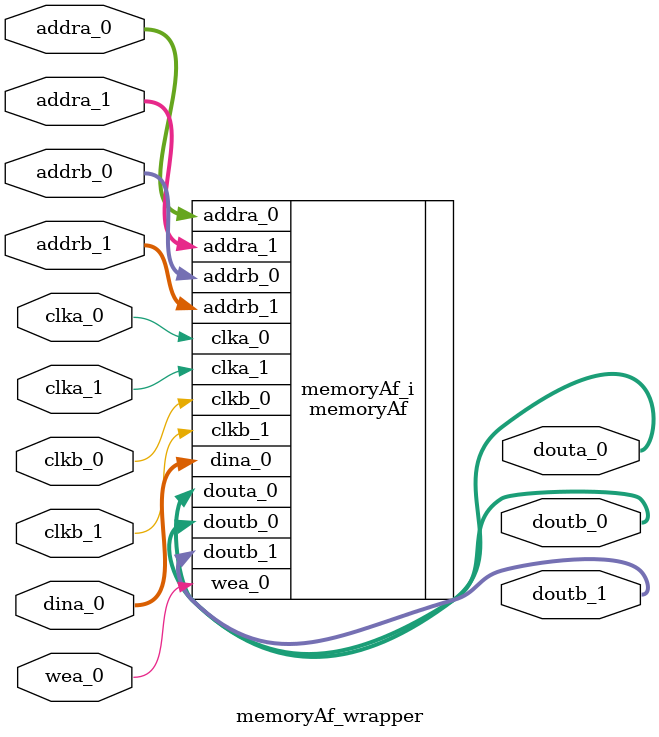
<source format=v>
`timescale 1 ps / 1 ps

module memoryAf_wrapper
   (addra_0,
    addra_1,
    addrb_0,
    addrb_1,
    clka_0,
    clka_1,
    clkb_0,
    clkb_1,
    dina_0,
    douta_0,
    doutb_0,
    doutb_1,
    wea_0);
  input [6:0]addra_0;
  input [7:0]addra_1;
  input [6:0]addrb_0;
  input [7:0]addrb_1;
  input clka_0;
  input clka_1;
  input clkb_0;
  input clkb_1;
  input [31:0]dina_0;
  output [7:0]douta_0;
  output [31:0]doutb_0;
  output [7:0]doutb_1;
  input [0:0]wea_0;

  wire [6:0]addra_0;
  wire [7:0]addra_1;
  wire [6:0]addrb_0;
  wire [7:0]addrb_1;
  wire clka_0;
  wire clka_1;
  wire clkb_0;
  wire clkb_1;
  wire [31:0]dina_0;
  wire [7:0]douta_0;
  wire [31:0]doutb_0;
  wire [7:0]doutb_1;
  wire [0:0]wea_0;

  memoryAf memoryAf_i
       (.addra_0(addra_0),
        .addra_1(addra_1),
        .addrb_0(addrb_0),
        .addrb_1(addrb_1),
        .clka_0(clka_0),
        .clka_1(clka_1),
        .clkb_0(clkb_0),
        .clkb_1(clkb_1),
        .dina_0(dina_0),
        .douta_0(douta_0),
        .doutb_0(doutb_0),
        .doutb_1(doutb_1),
        .wea_0(wea_0));
endmodule

</source>
